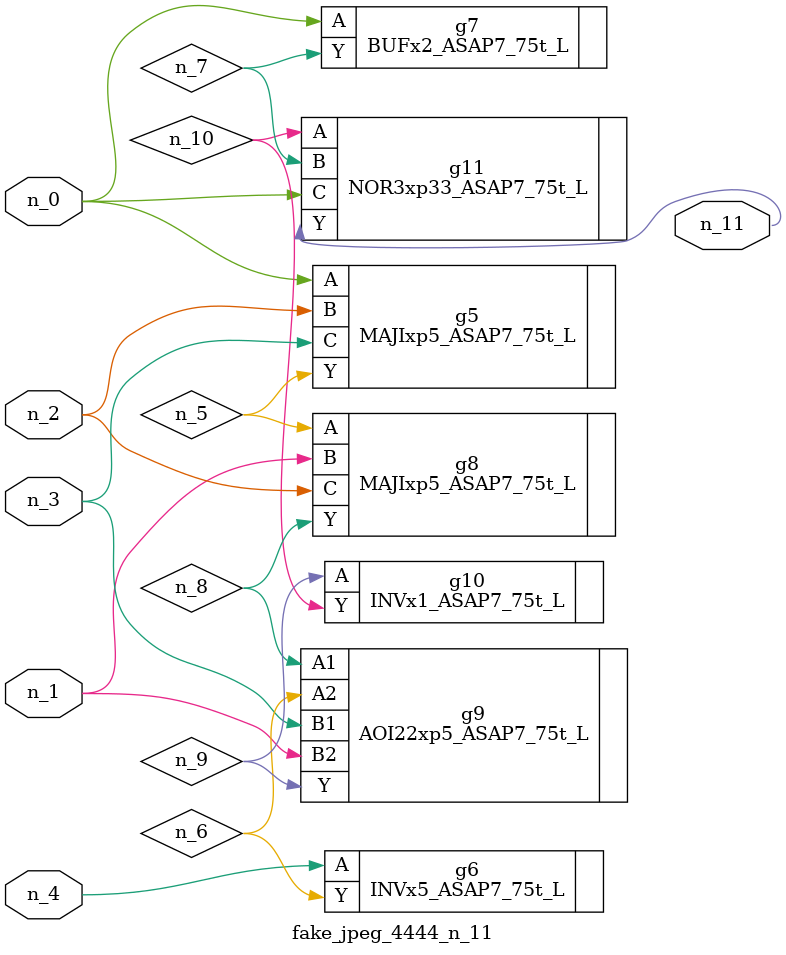
<source format=v>
module fake_jpeg_4444_n_11 (n_3, n_2, n_1, n_0, n_4, n_11);

input n_3;
input n_2;
input n_1;
input n_0;
input n_4;

output n_11;

wire n_10;
wire n_8;
wire n_9;
wire n_6;
wire n_5;
wire n_7;

MAJIxp5_ASAP7_75t_L g5 ( 
.A(n_0),
.B(n_2),
.C(n_3),
.Y(n_5)
);

INVx5_ASAP7_75t_L g6 ( 
.A(n_4),
.Y(n_6)
);

BUFx2_ASAP7_75t_L g7 ( 
.A(n_0),
.Y(n_7)
);

MAJIxp5_ASAP7_75t_L g8 ( 
.A(n_5),
.B(n_1),
.C(n_2),
.Y(n_8)
);

AOI22xp5_ASAP7_75t_L g9 ( 
.A1(n_8),
.A2(n_6),
.B1(n_3),
.B2(n_1),
.Y(n_9)
);

INVx1_ASAP7_75t_L g10 ( 
.A(n_9),
.Y(n_10)
);

NOR3xp33_ASAP7_75t_L g11 ( 
.A(n_10),
.B(n_7),
.C(n_0),
.Y(n_11)
);


endmodule
</source>
